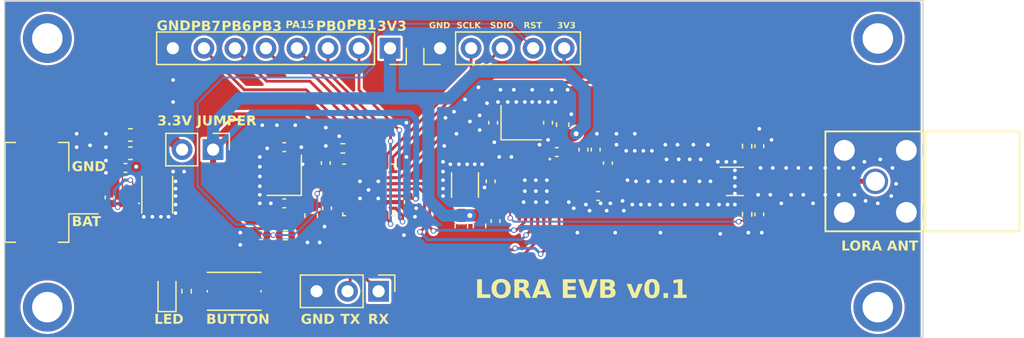
<source format=kicad_pcb>
(kicad_pcb (version 20221018) (generator pcbnew)
  (layers (0 "F.Cu" signal) (31 "B.Cu" signal) (34 "B.Paste" user) (35 "F.Paste" user) (36 "B.SilkS" user "B.Silkscreen") (37 "F.SilkS" user "F.Silkscreen") (38 "B.Mask" user) (39 "F.Mask" user) (44 "Edge.Cuts" user))
  (net 0 "")
  (net 1 "Net-(AE1-A)")
  (net 2 "GND")
  (net 3 "Net-(U1-PC14)")
  (net 4 "Net-(U1-PC15)")
  (net 5 "~{RESET}")
  (net 6 "Net-(J5-Pin_2)")
  (net 7 "/Lora/VR_PA")
  (net 8 "Net-(C10-Pad1)")
  (net 9 "Net-(C8-Pad2)")
  (net 10 "Net-(C11-Pad1)")
  (net 11 "Net-(U3-RF1)")
  (net 12 "Net-(U2-RFI_P)")
  (net 13 "Net-(U3-RF2)")
  (net 14 "Net-(U2-RFI_N)")
  (net 15 "Net-(U3-CTRL)")
  (net 16 "Net-(U3-~{CTRL})")
  (net 17 "Net-(C18-Pad1)")
  (net 18 "Net-(U3-RFC)")
  (net 19 "Net-(U2-VREG)")
  (net 20 "+3.3V")
  (net 21 "Net-(D1-K)")
  (net 22 "Net-(D1-A)")
  (net 23 "Net-(J3-Pin_1)")
  (net 24 "Net-(J4-Pin_2)")
  (net 25 "Net-(J4-Pin_3)")
  (net 26 "/MCU/PA15")
  (net 27 "Net-(J4-Pin_5)")
  (net 28 "Net-(J4-Pin_6)")
  (net 29 "Net-(J4-Pin_7)")
  (net 30 "Net-(U2-RFO)")
  (net 31 "Net-(U4-SW)")
  (net 32 "/Lora/DIO2")
  (net 33 "LORA_ANT_SW")
  (net 34 "Net-(U1-BOOT0)")
  (net 35 "Net-(U1-PA1)")
  (net 36 "Net-(J2-Pin_2)")
  (net 37 "Net-(J2-Pin_1)")
  (net 38 "~{LORA_CS}")
  (net 39 "SPI_SCLK")
  (net 40 "SPI_MISO")
  (net 41 "SPI_MOSI")
  (net 42 "~{LORA_RST}")
  (net 43 "LORA_BUSY")
  (net 44 "/MCU/SWDIO")
  (net 45 "/MCU/SWCLK")
  (net 46 "Net-(U2-XTB)")
  (net 47 "Net-(U2-XTA)")
  (net 48 "Net-(U2-DCC_SW)")
  (footprint "Resistor_SMD:R_0402_1005Metric" (layer "F.Cu") (at 103 72.1 180)
    (fp_text reference "R2" hide)
    (fp_text value "2.2K" hide)
  )
  (footprint "Capacitor_SMD:C_0402_1005Metric" (layer "F.Cu") (at 88.6 69.02 -90)
    (fp_text reference "C34" hide)
    (fp_text value "0.1uF" hide)
  )
  (footprint "Capacitor_SMD:C_0603_1608Metric_Pad1.08x0.95mm_HandSolder" (layer "F.Cu") (at 118.89 71.35 90)
    (fp_text reference "C23" hide)
    (fp_text value "10uF" hide)
  )
  (footprint "Capacitor_SMD:C_0402_1005Metric" (layer "F.Cu") (at 128.6 68.9)
    (fp_text reference "C13" hide)
    (fp_text value "12pF" hide)
  )
  (footprint "Inductor_SMD:L_0201_0603Metric_Pad0.64x0.40mm_HandSolder" (layer "F.Cu") (at 144.9 67.7)
    (fp_text reference "L6" hide)
    (fp_text value "TBD" hide)
  )
  (footprint "Inductor_SMD:L_0402_1005Metric_Pad0.77x0.64mm_HandSolder" (layer "F.Cu") (at 129.4 66.2 -90)
    (fp_text reference "L2" hide)
    (fp_text value "TBD" hide)
  )
  (footprint "Capacitor_SMD:C_0402_1005Metric" (layer "F.Cu") (at 125.22 65.3)
    (fp_text reference "C32" hide)
    (fp_text value "0.1uF" hide)
  )
  (footprint "Connector_PinSocket_2.54mm:PinSocket_1x08_P2.54mm_Vertical" (layer "F.Cu") (at 111.56 56.8 -90)
    (fp_text reference "J4" hide)
    (fp_text value "Spare IO" hide)
  )
  (footprint "Connector_PinHeader_2.54mm:PinHeader_1x05_P2.54mm_Vertical" (layer "F.Cu") (at 115.66 56.8 90)
    (fp_text reference "J1" hide)
    (fp_text value "DEBUG" hide)
  )
  (footprint "Capacitor_SMD:C_0201_0603Metric_Pad0.64x0.40mm_HandSolder" (layer "F.Cu") (at 143.6 68.1 -90)
    (fp_text reference "C20" hide)
    (fp_text value "TBD" hide)
  )
  (footprint "Capacitor_SMD:C_0603_1608Metric_Pad1.08x0.95mm_HandSolder" (layer "F.Cu") (at 117.4 71.35 90)
    (fp_text reference "C22" hide)
    (fp_text value "1uF" hide)
  )
  (footprint "Resistor_SMD:R_0402_1005Metric" (layer "F.Cu") (at 140.8 64.82 -90)
    (fp_text reference "R4" hide)
    (fp_text value "100R" hide)
  )
  (footprint "Capacitor_SMD:C_0402_1005Metric" (layer "F.Cu") (at 113.1 69.4 90)
    (fp_text reference "C28" hide)
    (fp_text value "0.1uF" hide)
  )
  (footprint "Capacitor_SMD:C_0402_1005Metric" (layer "F.Cu") (at 102.9 69.5)
    (fp_text reference "C2" hide)
    (fp_text value "12pF" hide)
  )
  (footprint "Capacitor_SMD:C_0402_1005Metric" (layer "F.Cu") (at 124.5 62.9 90)
    (fp_text reference "C4" hide)
    (fp_text value "12pF" hide)
  )
  (footprint "Package_DFN_QFN:QFN-28_4x4mm_P0.5mm" (layer "F.Cu") (at 109.8 68.4)
    (fp_text reference "U1" hide)
    (fp_text value "STM32L031G6U6" hide)
  )
  (footprint "Capacitor_SMD:C_0603_1608Metric_Pad1.08x0.95mm_HandSolder" (layer "F.Cu") (at 105.1 70.5 90)
    (fp_text reference "C29" hide)
    (fp_text value "10uF" hide)
  )
  (footprint "Button_Switch_SMD:SW_Push_1P1T_NO_CK_KMR2" (layer "F.Cu") (at 98.8 76.7)
    (fp_text reference "SW1" hide)
    (fp_text value "SW_Push" hide)
  )
  (footprint "Capacitor_SMD:C_0402_1005Metric" (layer "F.Cu") (at 106.4 69.9 90)
    (fp_text reference "C30" hide)
    (fp_text value "0.1uF" hide)
  )
  (footprint "Capacitor_SMD:C_0201_0603Metric_Pad0.64x0.40mm_HandSolder" (layer "F.Cu") (at 133.4 66.4 90)
    (fp_text reference "C10" hide)
    (fp_text value "TBD" hide)
  )
  (footprint "Capacitor_SMD:C_0402_1005Metric" (layer "F.Cu") (at 141.8 64.82 90)
    (fp_text reference "C17" hide)
    (fp_text value "0.1uF" hide)
  )
  (footprint "Capacitor_SMD:C_0402_1005Metric" (layer "F.Cu") (at 89.9 66.6)
    (fp_text reference "C25" hide)
    (fp_text value "0.1uF" hide)
  )
  (footprint "Capacitor_SMD:C_0402_1005Metric" (layer "F.Cu") (at 106.3 66.2 -90)
    (fp_text reference "C31" hide)
    (fp_text value "0.1uF" hide)
  )
  (footprint "Capacitor_SMD:C_0402_1005Metric" (layer "F.Cu") (at 141.8 70.4 -90)
    (fp_text reference "C16" hide)
    (fp_text value "0.1uF" hide)
  )
  (footprint "kiCadPcbLib:CONN_142-0701-301_CIN" (layer "F.Cu") (at 151.3 67.7 -90)
    (fp_text reference "AE1" hide)
    (fp_text value "Antenna" hide)
  )
  (footprint "Package_TO_SOT_SMD:SOT-363_SC-70-6" (layer "F.Cu") (at 139.8 67.7)
    (fp_text reference "U3" hide)
    (fp_text value "~" hide)
  )
  (footprint "LED_SMD:LED_0603_1608Metric_Pad1.05x0.95mm_HandSolder" (layer "F.Cu") (at 93.3 76.7 90)
    (fp_text reference "D1" hide)
    (fp_text value "LED" hide)
  )
  (footprint "Capacitor_SMD:C_0402_1005Metric" (layer "F.Cu") (at 128.4 65.1 -90)
    (fp_text reference "C7" hide)
    (fp_text value "TBD" hide)
  )
  (footprint "Inductor_SMD:L_0201_0603Metric_Pad0.64x0.40mm_HandSolder" (layer "F.Cu") (at 127.9 66.8)
    (fp_text reference "L1" hide)
    (fp_text value "TBD" hide)
  )
  (footprint "Capacitor_SMD:C_0201_0603Metric_Pad0.64x0.40mm_HandSolder" (layer "F.Cu") (at 130.4 66.4 90)
    (fp_text reference "C9" hide)
    (fp_text value "TBD" hide)
  )
  (footprint "Capacitor_SMD:C_0201_0603Metric_Pad0.64x0.40mm_HandSolder" (layer "F.Cu") (at 146.2 68.1 -90)
    (fp_text reference "C19" hide)
    (fp_text value "TBD" hide)
  )
  (footprint "Capacitor_SMD:C_0201_0603Metric_Pad0.64x0.40mm_HandSolder" (layer "F.Cu") (at 134.7 66.8 180)
    (fp_text reference "C11" hide)
    (fp_text value "TBD" hide)
  )
  (footprint "Inductor_SMD:L_Changjiang_FNR252010S" (layer "F.Cu") (at 92.5 68.8 90)
    (fp_text reference "L8" hide)
    (fp_text value "2.2uH" hide)
  )
  (footprint "Capacitor_SMD:C_0201_0603Metric_Pad0.64x0.40mm_HandSolder" (layer "F.Cu") (at 130 68.55 -90)
    (fp_text reference "C15" hide)
    (fp_text value "12pF" hide)
  )
  (footprint "Capacitor_SMD:C_0402_1005Metric" (layer "F.Cu") (at 102.9 64.9 180)
    (fp_text reference "C1" hide)
    (fp_text value "12pF" hide)
  )
  (footprint "Inductor_SMD:L_Taiyo-Yuden_MD-2020" (layer "F.Cu") (at 117.7 68 -90)
    (fp_text reference "L7" hide)
    (fp_text value "15uH" hide)
  )
  (footprint "kiCadPcbLib:BGA8N40P2X4_87X156X50" (layer "F.Cu") (at 90.3 68.9 180)
    (fp_text reference "U4" hide)
    (fp_text value "TPS62743YFPR" hide)
  )
  (footprint "Crystal:Crystal_SMD_2520-4Pin_2.5x2.0mm" (layer "F.Cu") (at 122.3 62.9)
    (fp_text reference "Y2" hide)
    (fp_text value "32MHz" hide)
  )
  (footprint "Capacitor_SMD:C_0201_0603Metric_Pad0.64x0.40mm_HandSolder" (layer "F.Cu") (at 137.8 66.4 90)
    (fp_text reference "C12" hide)
    (fp_text value "TBD" hide)
  )
  (footprint "Resistor_SMD:R_0402_1005Metric" (layer "F.Cu") (at 140.8 70.4 90)
    (fp_text reference "R3" hide)
    (fp_text value "100R" hide)
  )
  (footprint "Resistor_SMD:R_0402_1005Metric" (layer "F.Cu") (at 107.7 65)
    (fp_text reference "R5" hide)
    (fp_text value "0R" hide)
  )
  (footprint "Connector_PinHeader_2.54mm:PinHeader_1x02_P2.54mm_Vertical" (layer "F.Cu") (at 97.075 65.1 -90)
    (fp_text reference "J5" hide)
    (fp_text value "Conn_01x02_Pin" hide)
  )
  (footprint "Crystal:Crystal_SMD_2520-4Pin_2.5x2.0mm" (layer "F.Cu") (at 102.9 67.2 90)
    (fp_text reference "Y1" hide)
    (fp_text value "32MHz" hide)
  )
  (footprint "Inductor_SMD:L_0201_0603Metric_Pad0.64x0.40mm_HandSolder" (layer "F.Cu") (at 127.2 68.5 -90)
    (fp_text reference "L5" hide)
    (fp_text value "L" hide)
  )
  (footprint "Capacitor_SMD:C_0402_1005Metric" (layer "F.Cu") (at 120.2 70.95 90)
    (fp_text reference "C24" hide)
    (fp_text value "0.1uF" hide)
  )
  (footprint "Capacitor_SMD:C_0603_1608Metric_Pad1.08x0.95mm_HandSolder" (layer "F.Cu") (at 90.3 65.4)
    (fp_text reference "C27" hide)
    (fp_text value "10uF" hide)
  )
  (footprint "kiCadPcbLib:LLCC68" (layer "F.Cu") (at 123.4 68.5 -90)
    (fp_text reference "U2" hide)
    (fp_text value "LLCC68" hide)
  )
  (footprint "Connector_JST:JST_PH_B2B-PH-SM4-TB_1x02-1MP_P2.00mm_Vertical" (layer "F.Cu") (at 84.4 68.6 90)
    (fp_text reference "J3" hide)
    (fp_text value "Conn_01x02_Pin" hide)
  )
  (footprint "Capacitor_SMD:C_0201_0603Metric_Pad0.64x0.40mm_HandSolder" (layer "F.Cu") (at 142.3 67.7 180)
    (fp_text reference "C18" hide)
    (fp_text value "TBD" hide)
  )
  (footprint "Inductor_SMD:L_0201_0603Metric_Pad0.64x0.40mm_HandSolder" (layer "F.Cu") (at 131.9 66.8)
    (fp_text reference "L3" hide)
    (fp_text value "TBD" hide)
  )
  (footprint "Capacitor_SMD:C_0402_1005Metric" (layer "F.Cu") (at 101 72.1)
    (fp_text reference "C3" hide)
    (fp_text value "0.1uF" hide)
  )
  (footprint "Inductor_SMD:L_0201_0603Metric_Pad0.64x0.40mm_HandSolder" (layer "F.Cu") (at 136.5 66.8)
    (fp_text reference "L4" hide)
    (fp_text value "TBD" hide)
  )
  (footprint "Capacitor_SMD:C_0402_1005Metric" (layer "F.Cu") (at 119.8 67.7 90)
    (fp_text reference "C21" hide)
    (fp_text value "470nF" hide)
  )
  (footprint "Capacitor_SMD:C_0603_1608Metric_Pad1.08x0.95mm_HandSolder" (layer "F.Cu") (at 125.7 63.06 -90)
    (fp_text reference "C33" hide)
    (fp_text value "10uF" hide)
  )
  (footprint "Connector_PinHeader_2.54mm:PinHeader_1x03_P2.54mm_Vertical" (layer "F.Cu") (at 110.625 76.7 -90)
    (fp_text reference "J2" hide)
    (fp_text value "UART" hide)
  )
  (footprint "Capacitor_SMD:C_0603_1608Metric_Pad1.08x0.95mm_HandSolder" (layer "F.Cu") (at 90.3 63.9)
    (fp_text reference "C26" hide)
    (fp_text value "10uF" hide)
  )
  (footprint "Capacitor_SMD:C_0201_0603Metric_Pad0.64x0.40mm_HandSolder" (layer "F.Cu") (at 131.9 65.9 180)
    (fp_text reference "C8" hide)
    (fp_text value "TBD" hide)
  )
  (footprint "Capacitor_SMD:C_0402_1005Metric" (layer "F.Cu") (at 120 62.9 -90)
    (fp_text reference "C5" hide)
    (fp_text value "12pF" hide)
  )
  (footprint "Capacitor_SMD:C_0201_0603Metric_Pad0.64x0.40mm_HandSolder" (layer "F.Cu") (at 128.6 68.1 180)
    (fp_text reference "C14" hide)
    (fp_text value "TBD" hide)
  )
  (footprint "Capacitor_SMD:C_0402_1005Metric" (layer "F.Cu") (at 127.4 65.1 -90)
    (fp_text reference "C6" hide)
    (fp_text value "TBD" hide)
  )
  (footprint "Resistor_SMD:R_0402_1005Metric" (layer "F.Cu") (at 94.9 76.7 90)
    (fp_text reference "R1" hide)
    (fp_text value "2.2K" hide)
  )
  (gr_line (start 80.2 52.9) (end 155.2 52.9) (stroke (width 0.1)) (layer "Edge.Cuts"))
  (gr_line (start 155.2 52.9) (end 155.2 80.5) (stroke (width 0.1)) (layer "Edge.Cuts"))
  (gr_line (start 155.2 80.5) (end 80 80.5) (stroke (width 0.1)) (layer "Edge.Cuts"))
  (gr_line (start 80 52.9) (end 80.2 52.9) (stroke (width 0.1)) (layer "Edge.Cuts"))
  (gr_line (start 80 80.5) (end 80 52.9) (stroke (width 0.1)) (layer "Edge.Cuts"))
  (gr_text "LORA EVB v0.1" (at 118.5 77.5) (layer "F.SilkS") (effects (font (size 1.5 1.5) (thickness 0.2) bold) (justify left bottom)))
  (gr_text "BAT\n" (at 85.5 71.5) (layer "F.SilkS") (effects (font (size 0.8 0.8) (thickness 0.2) bold) (justify left bottom)))
  (gr_text "GND" (at 85.5 67) (layer "F.SilkS") (effects (font (size 0.8 0.8) (thickness 0.2) bold) (justify left bottom)))
  (gr_text "RST" (at 122.5 55.25) (layer "F.SilkS") (effects (font (size 0.5 0.5) (thickness 0.125) bold) (justify left bottom)))
  (gr_text "GND" (at 104.25 79.5) (layer "F.SilkS") (effects (font (size 0.8 0.8) (thickness 0.2) bold) (justify left bottom)))
  (gr_text "PB1\n\n" (at 108 56.75) (layer "F.SilkS") (effects (font (size 0.8 0.8) (thickness 0.2) bold) (justify left bottom)))
  (gr_text "3V3" (at 110.5 55.5) (layer "F.SilkS") (effects (font (size 0.8 0.8) (thickness 0.2) bold) (justify left bottom)))
  (gr_text "TX" (at 107.5 79.5) (layer "F.SilkS") (effects (font (size 0.8 0.8) (thickness 0.2) bold) (justify left bottom)))
  (gr_text "3V3" (at 125.25 55.25) (layer "F.SilkS") (effects (font (size 0.5 0.5) (thickness 0.125) bold) (justify left bottom)))
  (gr_text "SDIO" (at 119.75 55.25) (layer "F.SilkS") (effects (font (size 0.5 0.5) (thickness 0.125) bold) (justify left bottom)))
  (gr_text "GND" (at 92.45 55.47) (layer "F.SilkS") (effects (font (size 0.8 0.8) (thickness 0.2) bold) (justify left bottom)))
  (gr_text "LED" (at 92.25 79.5) (layer "F.SilkS") (effects (font (size 0.8 0.8) (thickness 0.2) bold) (justify left bottom)))
  (gr_text "PB6\n" (at 97.75 55.5) (layer "F.SilkS") (effects (font (size 0.8 0.8) (thickness 0.2) bold) (justify left bottom)))
  (gr_text "BUTTON" (at 96.5 79.5) (layer "F.SilkS") (effects (font (size 0.8 0.8) (thickness 0.2) bold) (justify left bottom)))
  (gr_text "RX" (at 109.75 79.5) (layer "F.SilkS") (effects (font (size 0.8 0.8) (thickness 0.2) bold) (justify left bottom)))
  (gr_text "PB7\n" (at 95.25 55.5) (layer "F.SilkS") (effects (font (size 0.8 0.8) (thickness 0.2) bold) (justify left bottom)))
  (gr_text "PA15\n" (at 103 55.25) (layer "F.SilkS") (effects (font (size 0.6 0.6) (thickness 0.15) bold) (justify left bottom)))
  (gr_text "3.3V JUMPER\n" (at 92.5 63.25) (layer "F.SilkS") (effects (font (size 0.8 0.8) (thickness 0.2) bold) (justify left bottom)))
  (gr_text "PB0\n" (at 105.5 55.5) (layer "F.SilkS") (effects (font (size 0.8 0.8) (thickness 0.2) bold) (justify left bottom)))
  (gr_text "GND" (at 114.75 55.25) (layer "F.SilkS") (effects (font (size 0.5 0.5) (thickness 0.125) bold) (justify left bottom)))
  (gr_text "LORA ANT" (at 148.5 73.5) (layer "F.SilkS") (effects (font (size 0.8 0.8) (thickness 0.2) bold) (justify left bottom)))
  (gr_text "PB3" (at 100.25 55.5) (layer "F.SilkS") (effects (font (size 0.8 0.8) (thickness 0.2) bold) (justify left bottom)))
  (gr_text "SCLK" (at 117 55.25) (layer "F.SilkS") (effects (font (size 0.5 0.5) (thickness 0.125) bold) (justify left bottom)))
  (via (at 83.5 56) (size 4) (drill 2.5) (layers "F.Cu" "B.Cu") (net 0))
  (via (at 151.5 56) (size 4) (drill 2.5) (layers "F.Cu" "B.Cu") (net 0))
  (via (at 83.5 78) (size 4) (drill 2.5) (layers "F.Cu" "B.Cu") (net 0))
  (via (at 151.5 78) (size 4) (drill 2.5) (layers "F.Cu" "B.Cu") (net 0))
  (segment (start 146.1925 67.7) (end 146.2 67.6925) (width 0.1) (layer "F.Cu") (net 1))
  (segment (start 145.3075 67.7) (end 146.1925 67.7) (width 0.4) (layer "F.Cu") (net 1))
  (segment (start 151.2925 67.6925) (end 151.3 67.7) (width 0.1) (layer "F.Cu") (net 1))
  (segment (start 146.2 67.6925) (end 151.2925 67.6925) (width 0.4) (layer "F.Cu") (net 1))
  (segment (start 121.425 62.2) (end 120.22 62.2) (width 0.156) (layer "F.Cu") (net 2))
  (segment (start 120.12 68.08) (end 120.45 67.75) (width 0.2) (layer "F.Cu") (net 2))
  (segment (start 113.8 72.7) (end 118.4025 72.7) (width 0.23) (layer "F.Cu") (net 2))
  (segment (start 138.85 67.7) (end 131 67.7) (width 0.2) (layer "F.Cu") (net 2))
  (segment (start 119.42 68.08) (end 120.12 68.08) (width 0.2) (layer "F.Cu") (net 2))
  (segment (start 129.08 68.9) (end 129.9425 68.9) (width 0.2) (layer "F.Cu") (net 2))
  (segment (start 120.2 71.43) (end 119.6725 71.43) (width 0.156) (layer "F.Cu") (net 2))
  (segment (start 126.3 69.5) (end 126.6 69.8) (width 0.156) (layer "F.Cu") (net 2))
  (segment (start 125.6825 62.1975) (end 124.5 63.38) (width 0.156) (layer "F.Cu") (net 2))
  (segment (start 122.351296 65.8) (end 121.6 65.8) (width 0.156) (layer "F.Cu") (net 2))
  (segment (start 106.4 70.38) (end 106.0825 70.38) (width 0.23) (layer "F.Cu") (net 2))
  (segment (start 105.1 72.3) (end 104.3 73.1) (width 0.23) (layer "F.Cu") (net 2))
  (segment (start 118.4025 72.7) (end 118.89 72.2125) (width 0.23) (layer "F.Cu") (net 2))
  (segment (start 139.4 67.7) (end 139.8 68.1) (width 0.2) (layer "F.Cu") (net 2))
  (segment (start 104.745 77.5) (end 105.545 76.7) (width 0.23) (layer "F.Cu") (net 2))
  (segment (start 89.1 66.1375) (end 89.4375 65.8) (width 0.25) (layer "F.Cu") (net 2))
  (segment (start 104.3 73.1) (end 100.8 73.1) (width 0.23) (layer "F.Cu") (net 2))
  (segment (start 100.8 73.1) (end 100.52 72.82) (width 0.23) (layer "F.Cu") (net 2))
  (segment (start 100.52 72.82) (end 100.52 72.1) (width 0.23) (layer "F.Cu") (net 2))
  (segment (start 123.395 63.38) (end 123.175 63.6) (width 0.156) (layer "F.Cu") (net 2))
  (segment (start 88.9 67.6) (end 88.9 66.9) (width 0.25) (layer "F.Cu") (net 2))
  (segment (start 126.6 69.8) (end 126.6 69.9) (width 0.156) (layer "F.Cu") (net 2))
  (segment (start 118.89 72.2125) (end 117.4 72.2125) (width 0.156) (layer "F.Cu") (net 2))
  (segment (start 89.4 69.1) (end 89.863603 69.1) (width 0.25) (layer "F.Cu") (net 2))
  (segment (start 129.92 64.62) (end 130.4 65.1) (width 0.2) (layer "F.Cu") (net 2))
  (segment (start 124.74 65.3) (end 124.74 63.62) (width 0.156) (layer "F.Cu") (net 2))
  (segment (start 89.1 66.7) (end 89.1 66.1375) (width 0.25) (layer "F.Cu") (net 2))
  (segment (start 129.5 64.62) (end 132.3 64.62) (width 0.2) (layer "F.Cu") (net 2))
  (segment (start 125.4 69.25) (end 126.05 69.25) (width 0.156) (layer "F.Cu") (net 2))
  (segment (start 124.5 63.38) (end 123.395 63.38) (width 0.156) (layer "F.Cu") (net 2))
  (segment (start 119.4 68.1) (end 119.6 68.1) (width 0.2) (layer "F.Cu") (net 2))
  (segment (start 132.3 64.62) (end 132.72 64.62) (width 0.2) (layer "F.Cu") (net 2))
  (segment (start 127.4 64.62) (end 129.5 64.62) (width 0.2) (layer "F.Cu") (net 2))
  (segment (start 90.1 69.1) (end 89.863603 69.1) (width 0.3) (layer "F.Cu") (net 2))
  (segment (start 124.15 65.89) (end 124.74 65.3) (width 0.156) (layer "F.Cu") (net 2))
  (segment (start 130.4 65.1) (end 130.4 65.9925) (width 0.2) (layer "F.Cu") (net 2))
  (segment (start 100.85 77.5) (end 96.75 77.5) (width 0.23) (layer "F.Cu") (net 2))
  (segment (start 105.1 71.3625) (end 105.1 72.3) (width 0.23) (layer "F.Cu") (net 2))
  (segment (start 120.45 67.75) (end 121.4 67.75) (width 0.2) (layer "F.Cu") (net 2))
  (segment (start 94.9 76.19) (end 95.44 76.19) (width 0.23) (layer "F.Cu") (net 2))
  (segment (start 106.0825 70.38) (end 105.1 71.3625) (width 0.23) (layer "F.Cu") (net 2))
  (segment (start 121.6 65.8) (end 121.5 65.7) (width 0.156) (layer "F.Cu") (net 2))
  (segment (start 100.85 77.5) (end 104.745 77.5) (width 0.23) (layer "F.Cu") (net 2))
  (segment (start 112.6 69.4) (end 113.3 70.1) (width 0.23) (layer "F.Cu") (net 2))
  (segment (start 119.6725 71.43) (end 118.89 72.2125) (width 0.156) (layer "F.Cu") (net 2))
  (segment (start 126.05 69.25) (end 126.3 69.5) (width 0.156) (layer "F.Cu") (net 2))
  (segment (start 129.9425 68.9) (end 130 68.9575) (width 0.2) (layer "F.Cu") (net 2))
  (segment (start 111.7375 69.4) (end 112.6 69.4) (width 0.23) (layer "F.Cu") (net 2))
  (segment (start 138.85 67.7) (end 139.4 67.7) (width 0.2) (layer "F.Cu") (net 2))
  (segment (start 139.8 68.1) (end 139.8 67.8) (width 0.2) (layer "F.Cu") (net 2))
  (segment (start 108.3 66.4025) (end 108.438548 66.541048) (width 0.1524) (layer "F.Cu") (net 2))
  (segment (start 133.4 65.3) (end 133.4 65.9925) (width 0.2) (layer "F.Cu") (net 2))
  (segment (start 108.438548 67.038547) (end 109.1 67.7) (width 0.1524) (layer "F.Cu") (net 2))
  (segment (start 108.438548 66.541048) (end 108.438548 67.038547) (width 0.1524) (layer "F.Cu") (net 2))
  (segment (start 102.42 68.295) (end 102.2 68.075) (width 0.1524) (layer "F.Cu") (net 2))
  (segment (start 119.3 68.2) (end 119.42 68.08) (width 0.2) (layer "F.Cu") (net 2))
  (segment (start 125.7 62.1975) (end 125.6825 62.1975) (width 0.156) (layer "F.Cu") (net 2))
  (segment (start 124.15 66.5) (end 124.15 65.89) (width 0.156) (layer "F.Cu") (net 2))
  (segment (start 88.5 68.2) (end 89.4 69.1) (width 0.25) (layer "F.Cu") (net 2))
  (segment (start 113.3 72.2) (end 113.8 72.7) (width 0.23) (layer "F.Cu") (net 2))
  (segment (start 85.2 67.6) (end 88.9 67.6) (width 0.25) (layer "F.Cu") (net 2))
  (segment (start 88.5 67.6) (end 88.5 68.2) (width 0.25) (layer "F.Cu") (net 2))
  (segment (start 132.3 64.62) (end 137.12 64.62) (width 0.2) (layer "F.Cu") (net 2))
  (segment (start 88.9 66.9) (end 89.1 66.7) (width 0.25) (layer "F.Cu") (net 2))
  (segment (start 106.3 65.72) (end 106.3 64.8) (width 0.1) (layer "F.Cu") (net 2))
  (segment (start 132.72 64.62) (end 133.4 65.3) (width 0.2) (layer "F.Cu") (net 2))
  (segment (start 137.8 65.3) (end 137.8 65.9925) (width 0.2) (layer "F.Cu") (net 2))
  (segment (start 122.65 66.098704) (end 122.351296 65.8) (width 0.156) (layer "F.Cu") (net 2))
  (segment (start 102.42 69.5) (end 102.42 68.295) (width 0.1524) (layer "F.Cu") (net 2))
  (segment (start 122.65 66.5) (end 122.65 66.098704) (width 0.156) (layer "F.Cu") (net 2))
  (segment (start 120.22 62.2) (end 120 62.42) (width 0.156) (layer "F.Cu") (net 2))
  (segment (start 137.12 64.62) (end 137.8 65.3) (width 0.2) (layer "F.Cu") (net 2))
  (segment (start 119.3 68.2) (end 119.4 68.1) (width 0.2) (layer "F.Cu") (net 2))
  (segment (start 89.4375 65.8) (end 89.4375 64.2) (width 0.25) (layer "F.Cu") (net 2))
  (segment (start 124.74 63.62) (end 124.5 63.38) (width 0.156) (layer "F.Cu") (net 2))
  (segment (start 95.44 76.19) (end 96.75 77.5) (width 0.23) (layer "F.Cu") (net 2))
  (segment (start 88.9 67.6) (end 88.5 67.6) (width 0.25) (layer "F.Cu") (net 2))
  (segment (start 113.3 70.1) (end 113.3 72.2) (width 0.23) (layer "F.Cu") (net 2))
  (segment (start 129.5 64.62) (end 129.92 64.62) (width 0.2) (layer "F.Cu") (net 2))
  (via (at 134.1 64.7) (size 0.45) (drill 0.3) (layers "F.Cu" "B.Cu") (net 2))
  (via (at 121.2 61.2) (size 0.45) (drill 0.3) (layers "F.Cu" "B.Cu") (net 2))
  (via (at 139.1 66.1) (size 0.45) (drill 0.3) (layers "F.Cu" "B.Cu") (net 2))
  (via (at 115.9 66.9) (size 0.45) (drill 0.3) (layers "F.Cu" "B.Cu") (net 2))
  (via (at 119.1 66.3) (size 0.45) (drill 0.3) (layers "F.Cu" "B.Cu") (net 2))
  (via (at 115.9 68.3) (size 0.45) (drill 0.3) (layers "F.Cu" "B.Cu") (net 2))
  (via (at 103.8 63.1) (size 0.45) (drill 0.3) (layers "F.Cu" "B.Cu") (net 2))
  (via (at 92.1 70.6) (size 0.45) (drill 0.3) (layers "F.Cu" "B.Cu") (net 2))
  (via (at 94 68.9) (size 0.45) (drill 0.3) (layers "F.Cu" "B.Cu") (net 2))
  (via (at 141.9 66.6) (size 0.45) (drill 0.3) (layers "F.Cu" "B.Cu") (net 2))
  (via (at 133 65.2) (size 0.45) (drill 0.3) (layers "F.Cu" "B.Cu") (net 2))
  (via (at 130.7 70.1) (size 0.45) (drill 0.3) (layers "F.Cu" "B.Cu") (net 2))
  (via (at 120.4 61.2) (size 0.45) (drill 0.3) (layers "F.Cu" "B.Cu") (net 2))
  (via (at 137 65.9) (size 0.45) (drill 0.3) (layers "F.Cu" "B.Cu") (net 2))
  (via (at 128.5 63.8) (size 0.45) (drill 0.3) (layers "F.Cu" "B.Cu") (net 2))
  (via (at 102.3 63.1) (size 0.45) (drill 0.3) (layers "F.Cu" "B.Cu") (net 2))
  (via (at 126.6 69.9) (size 0.45) (drill 0.3) (layers "F.Cu" "B.Cu") (net 2))
  (via (at 112.9 65.7) (size 0.45) (drill 0.3) (layers "F.Cu" "B.Cu") (net 2))
  (via (at 123.5 69.4) (size 0.45) (drill 0.3) (layers "F.Cu" "B.Cu") (net 2))
  (via (at 142.9 66.6) (size 0.45) (drill 0.3) (layers "F.Cu" "B.Cu") (net 2))
  (via (at 136.9 67.7) (size 0.45) (drill 0.3) (layers "F.Cu" "B.Cu") (net 2))
  (via (at 136.4 64.7) (size 0.45) (drill 0.3) (layers "F.Cu" "B.Cu") (net 2))
  (via (at 94 70.3) (size 0.45) (drill 0.3) (layers "F.Cu" "B.Cu") (net 2))
  (via (at 121.5 65.7) (size 0.45) (drill 0.3) (layers "F.Cu" "B.Cu") (net 2))
  (via (at 130.1 63.8) (size 0.45) (drill 0.3) (layers "F.Cu" "B.Cu") (net 2))
  (via (at 139.8 68.7) (size 0.45) (drill 0.3) (layers "F.Cu" "B.Cu") (net 2))
  (via (at 117.875497 66.3) (size 0.45) (drill 0.3) (layers "F.Cu" "B.Cu") (net 2))
  (via (at 133.7 71.9) (size 0.45) (drill 0.3) (layers "F.Cu" "B.Cu") (net 2))
  (via (at 137.6 69.6) (size 0.45) (drill 0.3) (layers "F.Cu" "B.Cu") (net 2))
  (via (at 123.8 64.7) (size 0.45) (drill 0.3) (layers "F.Cu" "B.Cu") (net 2))
  (via (at 141.7 68.8) (size 0.45) (drill 0.3) (layers "F.Cu" "B.Cu") (net 2))
  (via (at 113.6 70.6) (size 0.45) (drill 0.3) (layers "F.Cu" "B.Cu") (net 2))
  (via (at 149.6 68.8) (size 0.45) (drill 0.3) (layers "F.Cu" "B.Cu") (net 2))
  (via (at 141.8 63.4) (size 0.45) (drill 0.3) (layers "F.Cu" "B.Cu") (net 2))
  (via (at 88.3 66) (size 0.45) (drill 0.3) (layers "F.Cu" "B.Cu") (net 2))
  (via (at 106.3 64.8) (size 0.45) (drill 0.3) (layers "F.Cu" "B.Cu") (net 2))
  (via (at 124.5 61.2) (size 0.45) (drill 0.3) (layers "F.Cu" "B.Cu") (net 2))
  (via (at 117.7 61) (size 0.45) (drill 0.3) (layers "F.Cu" "B.Cu") (net 2))
  (via (at 110.6 67.7) (size 0.45) (drill 0.3) (layers "F.Cu" "B.Cu") (net 2))
  (via (at 134.7 67.7) (size 0.45) (drill 0.3) (layers "F.Cu" "B.Cu") (net 2))
  (via (at 127.9 70.1) (size 0.45) (drill 0.3) (layers "F.Cu" "B.Cu") (net 2))
  (via (at 106.3 63.3) (size 0.45) (drill 0.3) (layers "F.Cu" "B.Cu") (net 2))
  (via (at 131.6 63.8) (size 0.45) (drill 0.3) (layers "F.Cu" "B.Cu") (net 2))
  (via (at 124.4 68.5) (size 0.45) (drill 0.3) (layers "F.Cu" "B.Cu") (net 2))
  (via (at 93.8 61.2) (size 0.45) (drill 0.3) (layers "F.Cu" "B.Cu") (net 2))
  (via (at 122.5 69.4) (size 0.45) (drill 0.3) (layers "F.Cu" "B.Cu") (net 2))
  (via (at 129.3 70.1) (size 0.45) (drill 0.3) (layers "F.Cu" "B.Cu") (net 2))
  (via (at 124.4 69.4) (size 0.45) (drill 0.3) (layers "F.Cu" "B.Cu") (net 2))
  (via (at 135.7 69.6) (size 0.45) (drill 0.3) (layers "F.Cu" "B.Cu") (net 2))
  (via (at 135.7 67.7) (size 0.45) (drill 0.3) (layers "F.Cu" "B.Cu") (net 2))
  (via (at 151.7 65.9) (size 0.45) (drill 0.3) (layers "F.Cu" "B.Cu") (net 2))
  (via (at 138.6 72) (size 0.45) (drill 0.3) (layers "F.Cu" "B.Cu") (net 2))
  (via (at 109.1 69.1) (size 0.45) (drill 0.3) (layers "F.Cu" "B.Cu") (net 2))
  (via (at 139.8 69.6) (size 0.45) (drill 0.3) (layers "F.Cu" "B.Cu") (net 2))
  (via (at 137.6 64.7) (size 0.45) (drill 0.3) (layers "F.Cu" "B.Cu") (net 2))
  (via (at 119.3 68.2) (size 0.45) (drill 0.3) (layers "F.Cu" "B.Cu") (net 2))
  (via (at 151.5 69.5) (size 0.45) (drill 0.3) (layers "F.Cu" "B.Cu") (net 2))
  (via (at 136.7 69.6) (size 0.45) (drill 0.3) (layers "F.Cu" "B.Cu") (net 2))
  (via (at 93.424503 70.6) (size 0.45) (drill 0.3) (layers "F.Cu" "B.Cu") (net 2))
  (via (at 150.4 66.1) (size 0.45) (drill 0.3) (layers "F.Cu" "B.Cu") (net 2))
  (via (at 109.1 67.7) (size 0.45) (drill 0.3) (layers "F.Cu" "B.Cu") (net 2))
  (via (at 112.7 72.1) (size 0.45) (drill 0.3) (layers "F.Cu" "B.Cu") (net 2))
  (via (at 153 67.9) (size 0.45) (drill 0.3) (layers "F.Cu" "B.Cu") (net 2))
  (via (at 123.5 68.5) (size 0.45) (drill 0.3) (layers "F.Cu" "B.Cu") (net 2))
  (via (at 93.8 59.4) (size 0.45) (drill 0.3) (layers "F.Cu" "B.Cu") (net 2))
  (via (at 148.3 68.8) (size 0.45) (drill 0.3) (layers "F.Cu" "B.Cu") (net 2))
  (via (at 110.6 69.1) (size 0.45) (drill 0.3) (layers "F.Cu" "B.Cu") (net 2))
  (via (at 88.3 63.8) (size 0.45) (drill 0.3) (layers "F.Cu" "B.Cu") (net 2))
  (via (at 146.2 69.5) (size 0.45) (drill 0.3) (layers "F.Cu" "B.Cu") (net 2))
  (via (at 120.5 65.7) (size 0.45) (drill 0.3) (layers "F.Cu" "B.Cu") (net 2))
  (via (at 152.6 68.9) (size 0.45) (drill 0.3) (layers "F.Cu" "B.Cu") (net 2))
  (via (at 121.7 60.2) (size 0.45) (drill 0.3) (layers "F.Cu" "B.Cu") (net 2))
  (via (at 127.6 69.6) (size 0.45) (drill 0.3) (layers "F.Cu" "B.Cu") (net 2))
  (via (at 138.4 66.1) (size 0.45) (drill 0.3) (layers "F.Cu" "B.Cu") (net 2))
  (via (at 131.7 67.7) (size 0.45) (drill 0.3) (layers "F.Cu" "B.Cu") (net 2))
  (via (at 122.6 68.5) (size 0.45) (drill 0.3) (layers "F.Cu" "B.Cu") (net 2))
  (via (at 115.9 66.1) (size 0.45) (drill 0.3) (layers "F.Cu" "B.Cu") (net 2))
  (via (at 88.3 67) (size 0.45) (drill 0.3) (layers "F.Cu" "B.Cu") (net 2))
  (via (at 113.7 69.9) (size 0.45) (drill 0.3) (layers "F.Cu" "B.Cu") (net 2))
  (via (at 104.8 72.7) (size 0.45) (drill 0.3) (layers "F.Cu" "B.Cu") (net 2))
  (via (at 94 67.7) (size 0.45) (drill 0.3) (layers "F.Cu" "B.Cu") (net 2))
  (via (at 132.8 69.6) (size 0.45) (drill 0.3) (layers "F.Cu" "B.Cu") (net 2))
  (via (at 101.8 69.5) (size 0.45) (drill 0.3) (layers "F.Cu" "B.Cu") (net 2))
  (via (at 88.3 64.9) (size 0.45) (drill 0.3) (layers "F.Cu" "B.Cu") (net 2))
  (via (at 145.4 68.8) (size 0.45) (drill 0.3) (layers "F.Cu" "B.Cu") (net 2))
  (via (at 147.2 68.8) (size 0.45) (drill 0.3) (layers "F.Cu" "B.Cu") (net 2))
  (via (at 137.8 67.7) (size 0.45) (drill 0.3) (layers "F.Cu" "B.Cu") (net 2))
  (via (at 130.6 69.3) (size 0.45) (drill 0.3) (layers "F.Cu" "B.Cu") (net 2))
  (via (at 85.9 63.8) (size 0.45) (drill 0.3) (layers "F.Cu" "B.Cu") (net 2))
  (via (at 123.8 61.2) (size 0.45) (drill 0.3) (layers "F.Cu" "B.Cu") (net 2))
  (via (at 118.1 62.8) (size 0.45) (drill 0.3) (layers "F.Cu" "B.Cu") (net 2))
  (via (at 118.9 62.3) (size 0.45) (drill 0.3) (layers "F.Cu" "B.Cu") (net 2))
  (via (at 130.1 64.7) (size 0.45) (drill 0.3) (layers "F.Cu" "B.Cu") (net 2))
  (via (at 117 63.8) (size 0.45) (drill 0.3) (layers "F.Cu" "B.Cu") (net 2))
  (via (at 139.8 66.1) (size 0.45) (drill 0.3) (layers "F.Cu" "B.Cu") (net 2))
  (via (at 93.8 66.9) (size 0.45) (drill 0.3) (layers "F.Cu" "B.Cu") (net 2))
  (via (at 123.2 60.2) (size 0.45) (drill 0.3) (layers "F.Cu" "B.Cu") (net 2))
  (via (at 116.5 66.3) (size 0.45) (drill 0.3) (layers "F.Cu" "B.Cu") (net 2))
  (via (at 100.9 66.5) (size 0.45) (drill 0.3) (layers "F.Cu" "B.Cu") (net 2))
  (via (at 126.9 71.9) (size 0.45) (drill 0.3) (layers "F.Cu" "B.Cu") (net 2))
  (via (at 100.9 65.7) (size 0.45) (drill 0.3) (layers "F.Cu" "B.Cu") (net 2))
  (via (at 109.8 68.4) (size 0.45) (drill 0.3) (layers "F.Cu" "B.Cu") (net 2))
  (via (at 139.8 67.4) (size 0.45) (drill 0.3) (layers "F.Cu" "B.Cu") (net 2))
  (via (at 125.1 61.2) (size 0.45) (drill 0.3) (layers "F.Cu" "B.Cu") (net 2))
  (via (at 99.3 72.9) (size 0.45) (drill 0.3) (layers "F.Cu" "B.Cu") (net 2))
  (via (at 130.9 65.2) (size 0.45) (drill 0.3) (layers "F.Cu" "B.Cu") (net 2))
  (via (at 139.8 68.1) (size 0.45) (drill 0.3) (layers "F.Cu" "B.Cu") (net 2))
  (via (at 150.5 69.3) (size 0.45) (drill 0.3) (layers "F.Cu" "B.Cu") (net 2))
  (via (at 122.6 67.6) (size 0.45) (drill 0.3) (layers "F.Cu" "B.Cu") (net 2))
  (via (at 120.6 60.2) (size 0.45) (drill 0.3) (layers "F.Cu" "B.Cu") (net 2))
  (via (at 104.3 64.9) (size 0.45) (drill 0.3) (layers "F.Cu" "B.Cu") (net 2))
  (via (at 120.1 64.5) (size 0.45) (drill 0.3) (layers "F.Cu" "B.Cu") (net 2))
  (via (at 117.2 66.3) (size 0.45) (drill 0.3) (layers "F.Cu" "B.Cu") (net 2))
  (via (at 101.1 63.1) (size 0.45) (drill 0.3) (layers "F.Cu" "B.Cu") (net 2))
  (via (at 134.7 69.6) (size 0.45) (drill 0.3) (layers "F.Cu" "B.Cu") (net 2))
  (via (at 128.8 69.5) (size 0.45) (drill 0.3) (layers "F.Cu" "B.Cu") (net 2))
  (via (at 124.8 60.2) (size 0.45) (drill 0.3) (layers "F.Cu" "B.Cu") (net 2))
  (via (at 143.6 69.5) (size 0.45) (drill 0.3) (layers "F.Cu" "B.Cu") (net 2))
  (via (at 142.8 64.3) (size 0.45) (drill 0.3) (layers "F.Cu" "B.Cu") (net 2))
  (via (at 100.9 69.5) (size 0.45) (drill 0.3) (layers "F.Cu" "B.Cu") (net 2))
  (via (at 130 71.9) (size 0.45) (drill 0.3) (layers "F.Cu" "B.Cu") (net 2))
  (via (at 92.8 70.6) (size 0.45) (drill 0.3) (layers "F.Cu" "B.Cu") (net 2))
  (via (at 140.9 71.9) (size 0.45) (drill 0.3) (layers "F.Cu" "B.Cu") (net 2))
  (via (at 126.4 62.2) (size 0.45) (drill 0.3) (layers "F.Cu" "B.Cu") (net 2))
  (via (at 116.8 62) (size 0.45) (drill 0.3) (layers "F.Cu" "B.Cu") (net 2))
  (via (at 142 71.9) (size 0.45) (drill 0.3) (layers "F.Cu" "B.Cu") (net 2))
  (via (at 139.8 66.8) (size 0.45) (drill 0.3) (layers "F.Cu" "B.Cu") (net 2))
  (via (at 126.2 69.4) (size 0.45) (drill 0.3) (layers "F.Cu" "B.Cu") (net 2))
  (via (at 115.9 67.6) (size 0.45) (drill 0.3) (layers "F.Cu" "B.Cu") (net 2))
  (via (at 87 64.75) (size 0.45) (drill 0.3) (layers "F.Cu" "B.Cu") (net 2))
  (via (at 144 66.6) (size 0.45) (drill 0.3) (layers "F.Cu" "B.Cu") (net 2))
  (via (at 132.3 65.2) (size 0.45) (drill 0.3) (layers "F.Cu" "B.Cu") (net 2))
  (via (at 131 67.6) (size 0.45) (drill 0.3) (layers "F.Cu" "B.Cu") (net 2))
  (via (at 123.2 61.2) (size 0.45) (drill 0.3) (layers "F.Cu" "B.Cu") (net 2))
  (via (at 115.9 68.9) (size 0.45) (drill 0.3) (layers "F.Cu" "B.Cu") (net 2))
  (via (at 148.3 66.6) (size 0.45) (drill 0.3) (layers "F.Cu" "B.Cu") (net 2))
  (via (at 133.7 67.7) (size 0.45) (drill 0.3) (layers "F.Cu" "B.Cu") (net 2))
  (via (at 136.1 65.9) (size 0.45) (drill 0.3) (layers "F.Cu" "B.Cu") (net 2))
  (via (at 138.5 69.6) (size 0.45) (drill 0.3) (layers "F.Cu" "B.Cu") (net 2))
  (via (at 122.6 61.2) (size 0.45) (drill 0.3) (layers "F.Cu" "B.Cu") (net 2))
  (via (at 116.1 62.5) (size 0.45) (drill 0.3) (layers "F.Cu" "B.Cu") (net 2))
  (via (at 139.2 69.6) (size 0.45) (drill 0.3) (layers "F.Cu" "B.Cu") (net 2))
  (via (at 94.7 66.9) (size 0.45) (drill 0.3) (layers "F.Cu" "B.Cu") (net 2))
  (via (at 100.9 67.3) (size 0.45) (drill 0.3) (layers "F.Cu" "B.Cu") (net 2))
  (via (at 116 64.8) (size 0.45) (drill 0.3) (layers "F.Cu" "B.Cu") (net 2))
  (via (at 112.9 62.9) (size 0.45) (drill 0.3) (layers "F.Cu" "B.Cu") (net 2))
  (via (at 135.2 65.9) (size 0.45) (drill 0.3) (layers "F.Cu" "B.Cu") (net 2))
  (via (at 146 66.6) (size 0.45) (drill 0.3) (layers "F.Cu" "B.Cu") (net 2))
  (via (at 118.9 63.5) (size 0.45) (drill 0.3) (layers "F.Cu" "B.Cu") (net 2))
  (via (at 123.5 67.6) (size 0.45) (drill 0.3) (layers "F.Cu" "B.Cu") (net 2))
  (via (at 100.9 68.1) (size 0.45) (drill 0.3) (layers "F.Cu" "B.Cu") (net 2))
  (via (at 94 68.3) (size 0.45) (drill 0.3) (layers "F.Cu" "B.Cu") (net 2))
  (via (at 131.4 69.6) (size 0.45) (drill 0.3) (layers "F.Cu" "B.Cu") (net 2))
  (via (at 132.7 67.7) (size 0.45) (drill 0.3) (layers "F.Cu" "B.Cu") (net 2))
  (via (at 126.1 60.2) (size 0.45) (drill 0.3) (layers "F.Cu" "B.Cu") (net 2))
  (via (at 94 69.6) (size 0.45) (drill 0.3) (layers "F.Cu" "B.Cu") (net 2))
  (via (at 105.8 72.7) (size 0.45) (drill 0.3) (layers "F.Cu" "B.Cu") (net 2))
  (via (at 149.5 66.6) (size 0.45) (drill 0.3) (layers "F.Cu" "B.Cu") (net 2))
  (via (at 147.2 66.6) (size 0.45) (drill 0.3) (layers "F.Cu" "B.Cu") (net 2))
  (via (at 99.3 71.9) (size 0.45) (drill 0.3) (layers "F.Cu" "B.Cu") (net 2))
  (via (at 101.5 65) (size 0.45) (drill 0.3) (layers "F.Cu" "B.Cu") (net 2))
  (via (at 142.7 68.8) (size 0.45) (drill 0.3) (layers "F.Cu" "B.Cu") (net 2))
  (via (at 121.9 61.2) (size 0.45) (drill 0.3) (layers "F.Cu" "B.Cu") (net 2))
  (via (at 134.2 65.9) (size 0.45) (drill 0.3) (layers "F.Cu" "B.Cu") (net 2))
  (via (at 124.4 67.6) (size 0.45) (drill 0.3) (layers "F.Cu" "B.Cu") (net 2))
  (via (at 118.8 60) (size 0.45) (drill 0.3) (layers "F.Cu" "B.Cu") (net 2))
  (via (at 119.5 61.3) (size 0.45) (drill 0.3) (layers "F.Cu" "B.Cu") (net 2))
  (via (at 132.1 69.6) (size 0.45) (drill 0.3) (layers "F.Cu" "B.Cu") (net 2))
  (via (at 91.4 70.6) (size 0.45) (drill 0.3) (layers "F.Cu" "B.Cu") (net 2))
  (via (at 107.4 64) (size 0.45) (drill 0.3) (layers "F.Cu" "B.Cu") (net 2))
  (via (at 145 66.6) (size 0.45) (drill 0.3) (layers "F.Cu" "B.Cu") (net 2))
  (via (at 118.5 66.3) (size 0.45) (drill 0.3) (layers "F.Cu" "B.Cu") (net 2))
  (via (at 129.6 69.5) (size 0.45) (drill 0.3) (layers "F.Cu" "B.Cu") (net 2))
  (via (at 131.6 65.2) (size 0.45) (drill 0.3) (layers "F.Cu" "B.Cu") (net 2))
  (via (at 100.9 68.8) (size 0.45) (drill 0.3) (layers "F.Cu" "B.Cu") (net 2))
  (via (at 124.5 64.3) (size 0.45) (drill 0.3) (layers "F.Cu" "B.Cu") (net 2))
  (via (at 106.2 71.4) (size 0.45) (drill 0.3) (layers "F.Cu" "B.Cu") (net 2))
  (via (at 104.4 66.3) (size 0.45) (drill 0.3) (layers "F.Cu" "B.Cu") (net 2))
  (via (at 144.4 68.8) (size 0.45) (drill 0.3) (layers "F.Cu" "B.Cu") (net 2))
  (via (at 133.7 69.6) (size 0.45) (drill 0.3) (layers "F.Cu" "B.Cu") (net 2))
  (via (at 85.9 64.9) (size 0.45) (drill 0.3) (layers "F.Cu" "B.Cu") (net 2))
  (via (at 152.7 66.6) (size 0.45) (drill 0.3) (layers "F.Cu" "B.Cu") (net 2))
  (via (at 135.1 64.7) (size 0.45) (drill 0.3) (layers "F.Cu" "B.Cu") (net 2))
  (segment (start 120.3 65.7) (end 121.5 65.7) (width 0.2) (layer "B.Cu") (net 2))
  (segment (start 119.3 68.2) (end 119.3 66.7) (width 0.2) (layer "B.Cu") (net 2))
  (segment (start 119.3 66.7) (end 120.3 65.7) (width 0.2) (layer "B.Cu") (net 2))
  (segment (start 107.8625 67.4) (end 104.5 67.4) (width 0.1524) (layer "F.Cu") (net 3))
  (segment (start 102.2 65.12) (end 102.42 64.9) (width 0.1524) (layer "F.Cu") (net 3))
  (segment (start 102.2 66.5524) (end 102.2 66.325) (width 0.1524) (layer "F.Cu") (net 3))
  (segment (start 104.5 67.4) (end 104.3 67.2) (width 0.1524) (layer "F.Cu") (net 3))
  (segment (start 102.2 66.325) (end 102.2 65.12) (width 0.1524) (layer "F.Cu") (net 3))
  (segment (start 102.8476 67.2) (end 102.2 66.5524) (width 0.1524) (layer "F.Cu") (net 3))
  (segment (start 104.3 67.2) (end 102.8476 67.2) (width 0.1524) (layer "F.Cu") (net 3))
  (segment (start 103.6 69.28) (end 103.38 69.5) (width 0.1524) (layer "F.Cu") (net 4))
  (segment (start 103.6 68.075) (end 103.6 69.28) (width 0.1524) (layer "F.Cu") (net 4))
  (segment (start 104.075 67.6) (end 103.6 68.075) (width 0.1524) (layer "F.Cu") (net 4))
  (segment (start 107.444274 67.9) (end 107.296674 67.7524) (width 0.1524) (layer "F.Cu") (net 4))
  (segment (start 104.201631 67.6) (end 104.075 67.6) (width 0.1524) (layer "F.Cu") (net 4))
  (segment (start 107.296674 67.7524) (end 104.354031 67.7524) (width 0.1524) (layer "F.Cu") (net 4))
  (segment (start 104.354031 67.7524) (end 104.201631 67.6) (width 0.1524) (layer "F.Cu") (net 4))
  (segment (start 107.8625 67.9) (end 107.444274 67.9) (width 0.1524) (layer "F.Cu") (net 4))
  (segment (start 101.48 72.1) (end 102 72.1) (width 0.25) (layer "F.Cu") (net 5))
  (segment (start 105.9 68.4) (end 107.8625 68.4) (width 0.1524) (layer "F.Cu") (net 5))
  (segment (start 105.6 68.7) (end 105.9 68.4) (width 0.1524) (layer "F.Cu") (net 5))
  (via (at 102 72.1) (size 0.45) (drill 0.3) (layers "F.Cu" "B.Cu") (net 5))
  (via (at 105.6 68.7) (size 0.45) (drill 0.3) (layers "F.Cu" "B.Cu") (net 5))
  (segment (start 111.3 54.8) (end 110.2 55.9) (width 0.1524) (layer "B.Cu") (net 5))
  (segment (start 100.3238 71.2238) (end 101.2 72.1) (width 0.1524) (layer "B.Cu") (net 5))
  (segment (start 95.8 61.3) (end 95.8 68.1) (width 0.1524) (layer "B.Cu") (net 5))
  (segment (start 110.2 55.9) (end 110.2 58.3) (width 0.1524) (layer "B.Cu") (net 5))
  (segment (start 110.2 58.3) (end 109.3 59.2) (width 0.1524) (layer "B.Cu") (net 5))
  (segment (start 98.9238 71.2238) (end 100.3238 71.2238) (width 0.1524) (layer "B.Cu") (net 5))
  (segment (start 97.9 59.2) (end 95.8 61.3) (width 0.1524) (layer "B.Cu") (net 5))
  (segment (start 105.6 68.7) (end 105.6 70.2) (width 0.1524) (layer "B.Cu") (net 5))
  (segment (start 123.28 56.8) (end 121.28 54.8) (width 0.1524) (layer "B.Cu") (net 5))
  (segment (start 102.4 72.1) (end 102 72.1) (width 0.1524) (layer "B.Cu") (net 5))
  (segment (start 109.3 59.2) (end 97.9 59.2) (width 0.1524) (layer "B.Cu") (net 5))
  (segment (start 103.7 72.1) (end 102.4 72.1) (width 0.1524) (layer "B.Cu") (net 5))
  (segment (start 121.28 54.8) (end 111.3 54.8) (width 0.1524) (layer "B.Cu") (net 5))
  (segment (start 105.6 70.2) (end 103.7 72.1) (width 0.1524) (layer "B.Cu") (net 5))
  (segment (start 95.8 68.1) (end 98.9238 71.2238) (width 0.1524) (layer "B.Cu") (net 5))
  (segment (start 101.2 72.1) (end 102.4 72.1) (width 0.1524) (layer "B.Cu") (net 5))
  (segment (start 89.65 68.572888) (end 89.777112 68.7) (width 0.1) (layer "F.Cu") (net 6))
  (segment (start 89.777112 68.7) (end 90.1 68.7) (width 0.1) (layer "F.Cu") (net 6))
  (segment (start 92.5 67.8) (end 91.2 66.5) (width 0.5) (layer "F.Cu") (net 6))
  (segment (start 89.65 67.33) (end 89.65 68.572888) (width 0.1) (layer "F.Cu") (net 6))
  (segment (start 91.1625 64.2) (end 93.635 64.2) (width 1) (layer "F.Cu") (net 6))
  (segment (start 90.78 66.1825) (end 91.1625 65.8) (width 0.5) (layer "F.Cu") (net 6))
  (segment (start 91.2 66.5) (end 90.78 66.5) (width 0.5) (layer "F.Cu") (net 6))
  (segment (start 90.78 66.5) (end 90.78 66.1825) (width 0.5) (layer "F.Cu") (net 6))
  (segment (start 91.1625 64.2) (end 91.1625 65.8) (width 0.5) (layer "F.Cu") (net 6))
  (segment (start 92.5 67.975) (end 92.5 67.8) (width 0.5) (layer "F.Cu") (net 6))
  (segment (start 90.38 66.6) (end 89.65 67.33) (width 0.1) (layer "F.Cu") (net 6))
  (segment (start 93.635 64.2) (end 94.535 65.1) (width 1) (layer "F.Cu") (net 6))
  (via (at 90.78 66.5) (size 0.45) (drill 0.3) (layers "F.Cu" "B.Cu") (net 6))
  (segment (start 129.4 65.6275) (end 127.4475 65.6275) (width 0.35) (layer "F.Cu") (net 7))
  (segment (start 126.52 65.58) (end 125.4 66.7) (width 0.35) (layer "F.Cu") (net 7))
  (segment (start 127.4 65.58) (end 126.52 65.58) (width 0.35) (layer "F.Cu") (net 7))
  (segment (start 127.4475 65.6275) (end 127.4 65.58) (width 0.35) (layer "F.Cu") (net 7))
  (segment (start 125.4 66.7) (end 125.4 67.225) (width 0.35) (layer "F.Cu") (net 7))
  (segment (start 132.3075 65.9) (end 132.3075 66.8) (width 0.2) (layer "F.Cu") (net 8))
  (segment (start 132.3075 66.8) (end 134.2925 66.8) (width 0.4) (layer "F.Cu") (net 8))
  (segment (start 131.485 66.8075) (end 131.4925 66.8) (width 0.2) (layer "F.Cu") (net 9))
  (segment (start 130.3925 66.8) (end 130.4 66.8075) (width 0.2) (layer "F.Cu") (net 9))
  (segment (start 128.3075 66.8) (end 130.3925 66.8) (width 0.4) (layer "F.Cu") (net 9))
  (segment (start 131.4925 65.9) (end 131.4925 66.8) (width 0.2) (layer "F.Cu") (net 9))
  (segment (start 130.4 66.8075) (end 131.485 66.8075) (width 0.4) (layer "F.Cu") (net 9))
  (segment (start 135.1075 66.8) (end 136.0925 66.8) (width 0.4) (layer "F.Cu") (net 10))
  (segment (start 137.7925 66.8) (end 137.8 66.8075) (width 0.2) (layer "F.Cu") (net 11))
  (segment (start 136.9075 66.8) (end 137.7925 66.8) (width 0.4) (layer "F.Cu") (net 11))
  (segment (start 137.7925 66.8) (end 138.246447 66.8) (width 0.4) (layer "F.Cu") (net 11))
  (arc (start 138.246447 66.8) (mid 138.573087 66.864973) (end 138.85 67.05) (width 0.4) (layer "F.Cu") (net 11))
  (segment (start 125.4 68.75) (end 126.819762 68.75) (width 0.3) (layer "F.Cu") (net 12))
  (segment (start 128.1125 68.9075) (end 128.12 68.9) (width 0.2) (layer "F.Cu") (net 12))
  (segment (start 127.2 68.9075) (end 128.1125 68.9075) (width 0.41) (layer "F.Cu") (net 12))
  (arc (start 126.819762 68.75) (mid 127.025545 68.790933) (end 127.2 68.9075) (width 0.3) (layer "F.Cu") (net 12))
  (segment (start 129.6 68.1) (end 129.9575 68.1) (width 0.4) (layer "F.Cu") (net 13))
  (segment (start 129.9575 68.1) (end 130 68.1425) (width 0.2) (layer "F.Cu") (net 13))
  (segment (start 129.6 68.1) (end 130.317158 68.1) (width 0.4) (layer "F.Cu") (net 13))
  (segment (start 129.0075 68.1) (end 129.6 68.1) (width 0.4) (layer "F.Cu") (net 13))
  (segment (start 131.524264 68.6) (end 138.246447 68.6) (width 0.4) (layer "F.Cu") (net 13))
  (arc (start 130.317158 68.1) (mid 130.57847 68.151978) (end 130.8 68.3) (width 0.4) (layer "F.Cu") (net 13))
  (arc (start 138.246447 68.6) (mid 138.573087 68.535028) (end 138.85 68.35) (width 0.4) (layer "F.Cu") (net 13))
  (arc (start 130.8 68.3) (mid 131.132295 68.522033) (end 131.524264 68.6) (width 0.4) (layer "F.Cu") (net 13))
  (segment (start 127.2 68.0925) (end 128.185 68.0925) (width 0.4) (layer "F.Cu") (net 14))
  (segment (start 125.4 68.25) (end 126.819762 68.25) (width 0.3) (layer "F.Cu") (net 14))
  (segment (start 128.185 68.0925) (end 128.1925 68.1) (width 0.2) (layer "F.Cu") (net 14))
  (arc (start 126.819762 68.25) (mid 127.025545 68.209067) (end 127.2 68.0925) (width 0.3) (layer "F.Cu") (net 14))
  (segment (start 140.75 68.35) (end 140.75 69.84) (width 0.2) (layer "F.Cu") (net 15))
  (segment (start 140.75 69.84) (end 140.8 69.89) (width 0.2) (layer "F.Cu") (net 15))
  (segment (start 140.83 69.92) (end 140.8 69.89) (width 0.2) (layer "F.Cu") (net 15))
  (segment (start 141.8 69.92) (end 140.83 69.92) (width 0.2) (layer "F.Cu") (net 15))
  (segment (start 141.8 65.3) (end 140.872426 65.3) (width 0.4) (layer "F.Cu") (net 16))
  (segment (start 140.8 67) (end 140.75 67.05) (width 0.2) (layer "F.Cu") (net 16))
  (segment (start 140.8 65.33) (end 140.8 67) (width 0.2) (layer "F.Cu") (net 16))
  (arc (start 140.872426 65.3) (mid 140.83323 65.307796) (end 140.8 65.33) (width 0.4) (layer "F.Cu") (net 16))
  (segment (start 142.7075 67.7) (end 144.4925 67.7) (width 0.4) (layer "F.Cu") (net 17))
  (segment (start 141.8925 67.7) (end 140.75 67.7) (width 0.4) (layer "F.Cu") (net 18))
  (segment (start 118.175 67.25) (end 118.1 67.325) (width 0.4) (layer "F.Cu") (net 19))
  (segment (start 121.4 67.25) (end 118.175 67.25) (width 0.4) (layer "F.Cu") (net 19))
  (segment (start 120.675 69.525) (end 120.675 69.507236) (width 0.35) (layer "F.Cu") (net 20))
  (segment (start 120.675 69.507236) (end 120.932236 69.25) (width 0.35) (layer "F.Cu") (net 20))
  (segment (start 106.3 66.68) (end 107.5825 66.68) (width 0.3) (layer "F.Cu") (net 20))
  (segment (start 103.7375 71) (end 105.1 69.6375) (width 0.5) (layer "F.Cu") (net 20))
  (segment (start 120.2 70) (end 120.675 69.525) (width 0.35) (layer "F.Cu") (net 20))
  (segment (start 105.3 63.4) (end 104.2 62.3) (width 0.5) (layer "F.Cu") (net 20))
  (segment (start 105.3 66.2) (end 105.3 63.4) (width 0.5) (layer "F.Cu") (net 20))
  (segment (start 100 71) (end 103.7375 71) (width 0.5) (layer "F.Cu") (net 20))
  (segment (start 97.075 65.1) (end 97.075 68.075) (width 0.5) (layer "F.Cu") (net 20))
  (segment (start 124.65 66.396846) (end 124.65 66.5) (width 0.3) (layer "F.Cu") (net 20))
  (segment (start 125.7 65.3) (end 125.7 65.346846) (width 0.3) (layer "F.Cu") (net 20))
  (segment (start 118.89 70.4875) (end 117.4 70.4875) (width 1) (layer "F.Cu") (net 20))
  (segment (start 125.7 65.3) (end 125.7 63.9225) (width 0.5) (layer "F.Cu") (net 20))
  (segment (start 103.3 62.3) (end 98.3 62.3) (width 0.5) (layer "F.Cu") (net 20))
  (segment (start 118.89 70.4875) (end 118.9275 70.45) (width 1) (layer "F.Cu") (net 20))
  (segment (start 97.075 63.525) (end 97.075 65.1) (width 0.5) (layer "F.Cu") (net 20))
  (segment (start 106.4 69.42) (end 106.92 68.9) (width 0.23) (layer "F.Cu") (net 20))
  (segment (start 103.51 71.2275) (end 103.7375 71) (width 0.23) (layer "F.Cu") (net 20))
  (segment (start 121.4 68.75) (end 121.4 69.25) (width 0.35) (layer "F.Cu") (net 20))
  (segment (start 98.3 62.3) (end 97.075 63.525) (width 0.5) (layer "F.Cu") (net 20))
  (segment (start 97.075 68.075) (end 100 71) (width 0.5) (layer "F.Cu") (net 20))
  (segment (start 106.3 66.68) (end 105.78 66.68) (width 0.5) (layer "F.Cu") (net 20))
  (segment (start 125.7 65.346846) (end 124.65 66.396846) (width 0.3) (layer "F.Cu") (net 20))
  (segment (start 125.7 63.9225) (end 126.59568 63.9225) (width 1) (layer "F.Cu") (net 20))
  (segment (start 120.932236 69.25) (end 121.4 69.25) (width 0.35) (layer "F.Cu") (net 20))
  (segment (start 106.1825 69.6375) (end 106.4 69.42) (width 0.5) (layer "F.Cu") (net 20))
  (segment (start 118.9275 70.45) (end 120.2 70.45) (width 1) (layer "F.Cu") (net 20))
  (segment (start 106.92 68.9) (end 107.8625 68.9) (width 0.23) (layer "F.Cu") (net 20))
  (segment (start 103.51 72.1) (end 103.51 71.2275) (width 0.23) (layer "F.Cu") (net 20))
  (segment (start 113.665723 69.115024) (end 113.435024 69.115024) (width 0.23) (layer "F.Cu") (net 20))
  (segment (start 120.2 70.47) (end 120.2 70) (width 0.35) (layer "F.Cu") (net 20))
  (segment (start 105.1 69.6375) (end 106.1825 69.6375) (width 0.5) (layer "F.Cu") (net 20))
  (segment (start 113.22 68.9) (end 111.7375 68.9) (width 0.23) (layer "F.Cu") (net 20))
  (segment (start 113.435024 69.115024) (end 113.22 68.9) (width 0.23) (layer "F.Cu") (net 20))
  (segment (start 107.5825 66.68) (end 107.8025 66.9) (width 0.3) (layer "F.Cu") (net 20))
  (segment (start 105.78 66.68) (end 105.3 66.2) (width 0.5) (layer "F.Cu") (net 20))
  (segment (start 104.2 62.3) (end 103.3 62.3) (width 0.5) (layer "F.Cu") (net 20))
  (segment (start 126.59568 63.9225) (end 126.75909 63.75909) (width 1) (layer "F.Cu") (net 20))
  (via (at 113.665723 69.115024) (size 0.45) (drill 0.3) (layers "F.Cu" "B.Cu") (net 20))
  (via (at 126.8 63.8) (size 0.55) (drill 0.4) (layers "F.Cu" "B.Cu") (net 20))
  (via (at 118.1 70.5) (size 0.55) (drill 0.4) (layers "F.Cu" "B.Cu") (net 20))
  (segment (start 127.5 60.2) (end 127.5 63.1) (width 1) (layer "B.Cu") (net 20))
  (segment (start 127 59.7) (end 127.5 60.2) (width 1) (layer "B.Cu") (net 20))
  (segment (start 100.2 62.1) (end 97.2 65.1) (width 0.5) (layer "B.Cu") (net 20))
  (segment (start 125.82 56.8) (end 125.82 58.52) (width 0.3) (layer "B.Cu") (net 20))
  (segment (start 114 60.9) (end 114.7 61.6) (width 1) (layer "B.Cu") (net 20))
  (segment (start 117.6 59.7) (end 118.6 58.7) (width 1) (layer "B.Cu") (net 20))
  (segment (start 113.665723 69.115024) (end 113.7 69.080747) (width 0.5) (layer "B.Cu") (net 20))
  (segment (start 114.7 69.2) (end 116 70.5) (width 1) (layer "B.Cu") (net 20))
  (segment (start 116 70.5) (end 118.1 70.5) (width 1) (layer "B.Cu") (net 20))
  (segment (start 111.56 60.76) (end 111.7 60.9) (width 1) (layer "B.Cu") (net 20))
  (segment (start 113.7 69.080747) (end 113.7 62.6) (width 0.5) (layer "B.Cu") (net 20))
  (segment (start 118.6 58.7) (end 126 58.7) (width 1) (layer "B.Cu") (net 20))
  (segment (start 114.7 61.6) (end 114.7 69.2) (width 1) (layer "B.Cu") (net 20))
  (segment (start 111.56 56.9) (end 111.56 60.76) (width 1) (layer "B.Cu") (net 20))
  (segment (start 113.7 62.6) (end 113.2 62.1) (width 0.5) (layer "B.Cu") (net 20))
  (segment (start 116.4 60.9) (end 117.6 59.7) (width 1) (layer "B.Cu") (net 20))
  (segment (start 99.2 60.9) (end 111.7 60.9) (width 1) (layer "B.Cu") (net 20))
  (segment (start 112.9 60.9) (end 114 60.9) (width 1) (layer "B.Cu") (net 20))
  (segment (start 127.5 63.1) (end 126.8 63.8) (width 1) (layer "B.Cu") (net 20))
  (segment (start 113.2 62.1) (end 100.2 62.1) (width 0.5) (layer "B.Cu") (net 20))
  (segment (start 111.7 60.9) (end 112.9 60.9) (width 1) (layer "B.Cu") (net 20))
  (segment (start 97.075 65.1) (end 97.075 63.025) (width 1) (layer "B.Cu") (net 20))
  (segment (start 126 58.7) (end 127.5 60.2) (width 1) (layer "B.Cu") (net 20))
  (segment (start 97.2 65.1) (end 97.075 65.1) (width 0.5) (layer "B.Cu") (net 20))
  (segment (start 97.075 63.025) (end 99.2 60.9) (width 1) (layer "B.Cu") (net 20))
  (segment (start 112.9 60.9) (end 116.4 60.9) (width 1) (layer "B.Cu") (net 20))
  (segment (start 125.82 58.52) (end 126 58.7) (width 0.1) (layer "B.Cu") (net 20))
  (segment (start 94.9 77.21) (end 93.665 77.21) (width 0.23) (layer "F.Cu") (net 21))
  (segment (start 93.665 77.21) (end 93.3 77.575) (width 0.23) (layer "F.Cu") (net 21))
  (segment (start 107.025 70.875) (end 107 70.9) (width 0.23) (layer "F.Cu") (net 22))
  (segment (start 95.325 73.8) (end 93.3 75.825) (width 0.23) (layer "F.Cu") (net 22))
  (segment (start 106.2 73.8) (end 95.325 73.8) (width 0.23) (layer "F.Cu") (net 22))
  (segment (start 107 73) (end 106.2 73.8) (width 0.23) (layer "F.Cu") (net 22))
  (segment (start 107 70.9) (end 107 73) (width 0.23) (layer "F.Cu") (net 22))
  (segment (start 107.8625 69.4) (end 107.325 69.4) (width 0.23) (layer "F.Cu") (net 22))
  (segment (start 107.325 69.4) (end 107.025 69.7) (width 0.23) (layer "F.Cu") (net 22))
  (segment (start 107.025 69.7) (end 107.025 70.875) (width 0.23) (layer "F.Cu") (net 22))
  (segment (start 85.2 69.6) (end 89.6 69.6) (width 0.4) (layer "F.Cu") (net 23))
  (segment (start 89.6 69.6) (end 90 69.6) (width 0.25) (layer "F.Cu") (net 23))
  (segment (start 89.257914 69.810432) (end 89.468346 69.6) (width 0.25) (layer "F.Cu") (net 23))
  (segment (start 90.5 67.8) (end 90.3 67.6) (width 0.1) (layer "F.Cu") (net 23))
  (segment (start 90 69.6) (end 90.05 69.55) (width 0.3) (layer "F.Cu") (net 23))
  (segment (start 89.468346 69.6) (end 89.6 69.6) (width 0.25) (layer "F.Cu") (net 23))
  (segment (start 90.5 68.3) (end 90.5 69.1) (width 0.1) (layer "F.Cu") (net 23))
  (segment (start 90.5 68.3) (end 90.5 67.8) (width 0.1) (layer "F.Cu") (net 23))
  (segment (start 90.1 68.3) (end 90.5 68.3) (width 0.1) (layer "F.Cu") (net 23))
  (via (at 89.257914 69.810432) (size 0.45) (drill 0.3) (layers "F.Cu" "B.Cu") (net 23))
  (via (at 90.3 67.6) (size 0.45) (drill 0.3) (layers "F.Cu" "B.Cu") (net 23))
  (segment (start 89.8 67.6) (end 90.3 67.6) (width 0.25) (layer "B.Cu") (net 23))
  (segment (start 89 69.552518) (end 89 68.4) (width 0.25) (layer "B.Cu") (net 23))
  (segment (start 89 68.4) (end 89.8 67.6) (width 0.25) (layer "B.Cu") (net 23))
  (segment (start 89.257914 69.810432) (end 89 69.552518) (width 0.25) (layer "B.Cu") (net 23))
  (segment (start 112.6 71) (end 112.5855 71) (width 0.23) (layer "F.Cu") (net 24))
  (segment (start 112.3 63.5) (end 109.02 60.22) (width 0.23) (layer "F.Cu") (net 24))
  (segment (start 112.6 70.5) (end 112.6 71) (width 0.23) (layer "F.Cu") (net 24))
  (segment (start 112 69.9) (end 112.6 70.5) (width 0.23) (layer "F.Cu") (net 24))
  (segment (start 111.7975 69.9) (end 112 69.9) (width 0.23) (layer "F.Cu") (net 24))
  (segment (start 112.320231 63.5) (end 112.3 63.5) (width 0.23) (layer "F.Cu") (net 24))
  (segment (start 109.02 60.22) (end 109.02 56.9) (width 0.23) (layer "F.Cu") (net 24))
  (via (at 112.5855 71) (size 0.45) (drill 0.3) (layers "F.Cu" "B.Cu") (net 24))
  (via (at 112.320231 63.5) (size 0.45) (drill 0.3) (layers "F.Cu" "B.Cu") (net 24))
  (segment (start 112.320231 70.734731) (end 112.320231 63.5) (width 0.23) (layer "B.Cu") (net 24))
  (segment (start 112.5855 71) (end 112.320231 70.734731) (width 0.23) (layer "B.Cu") (net 24))
  (segment (start 112.4 63.5) (end 112.320231 63.5) (width 0.23) (layer "B.Cu") (net 24))
  (segment (start 106.48 58.78) (end 106.48 56.9) (width 0.23) (layer "F.Cu") (net 25))
  (segment (start 111.605731 63.905731) (end 106.48 58.78) (width 0.23) (layer "F.Cu") (net 25))
  (segment (start 111.3 70.8) (end 111.695274 71.195274) (width 0.23) (layer "F.Cu") (net 25))
  (segment (start 111.695274 71.195274) (end 111.605731 71.195274) (width 0.23) (layer "F.Cu") (net 25))
  (segment (start 111.3 70.3975) (end 111.3 70.8) (width 0.23) (layer "F.Cu") (net 25))
  (segment (start 111.605731 64.405731) (end 111.605731 63.905731) (width 0.23) (layer "F.Cu") (net 25))
  (via (at 111.605731 64.405731) (size 0.45) (drill 0.3) (layers "F.Cu" "B.Cu") (net 25))
  (via (at 111.605731 71.195274) (size 0.45) (drill 0.3) (layers "F.Cu" "B.Cu") (net 25))
  (segment (start 111.6 64.4) (end 111.605731 64.405731) (width 0.23) (layer "B.Cu") (net 25))
  (segment (start 111.605731 71.195274) (end 111.605731 64.405731) (width 0.23) (layer "B.Cu") (net 25))
  (segment (start 103.94 56.9) (end 110.8 63.76) (width 0.23) (layer "F.Cu") (net 26))
  (segment (start 110.8 63.76) (end 110.8 66.4625) (width 0.23) (layer "F.Cu") (net 26))
  (segment (start 103.2 58.7) (end 101.4 56.9) (width 0.23) (layer "F.Cu") (net 27))
  (segment (start 110.3 64) (end 105 58.7) (width 0.23) (layer "F.Cu") (net 27))
  (segment (start 110.3 66.4625) (end 110.3 64) (width 0.23) (layer "F.Cu") (net 27))
  (segment (start 105 58.7) (end 103.2 58.7) (width 0.23) (layer "F.Cu") (net 27))
  (segment (start 105 59.5) (end 101.46 59.5) (width 0.23) (layer "F.Cu") (net 28))
  (segment (start 101.46 59.5) (end 98.86 56.9) (width 0.23) (layer "F.Cu") (net 28))
  (segment (start 109.8 64.3) (end 105 59.5) (width 0.23) (layer "F.Cu") (net 28))
  (segment (start 109.8 66.4625) (end 109.8 64.3) (width 0.23) (layer "F.Cu") (net 28))
  (segment (start 104.7 60.2) (end 99.62 60.2) (width 0.23) (layer "F.Cu") (net 29))
  (segment (start 109.3 64.8) (end 104.7 60.2) (width 0.23) (layer "F.Cu") (net 29))
  (segment (start 109.3 66.4625) (end 109.3 64.8) (width 0.23) (layer "F.Cu") (net 29))
  (segment (start 99.62 60.2) (end 96.32 56.9) (width 0.23) (layer "F.Cu") (net 29))
  (segment (start 125.4 67.75) (end 125.455026 67.75) (width 0.2) (layer "F.Cu") (net 30))
  (segment (start 126.3 67.4) (end 126.481039 67.218961) (width 0.3) (layer "F.Cu") (net 30))
  (arc (start 126.481039 67.218961) (mid 126.945101 66.908885) (end 127.4925 66.8) (width 0.3) (layer "F.Cu") (net 30))
  (arc (start 125.455026 67.75) (mid 125.912322 67.659038) (end 126.3 67.4) (width 0.3) (layer "F.Cu") (net 30))
  (segment (start 90.5 69.5) (end 92.375 69.5) (width 0.35) (layer "F.Cu") (net 31))
  (segment (start 92.375 69.5) (end 92.5 69.625) (width 0.1) (layer "F.Cu") (net 31))
  (segment (start 121.4 69.75) (end 121.4 70.7) (width 0.156) (layer "F.Cu") (net 32))
  (segment (start 140.19 70.91) (end 140.1 71) (width 0.156) (layer "F.Cu") (net 32))
  (segment (start 140.8 70.91) (end 140.19 70.91) (width 0.156) (layer "F.Cu") (net 32))
  (via (at 121.4 70.7) (size 0.45) (drill 0.3) (layers "F.Cu" "B.Cu") (net 32))
  (via (at 140.1 71) (size 0.45) (drill 0.3) (layers "F.Cu" "B.Cu") (net 32))
  (segment (start 121.7 71) (end 140.1 71) (width 0.156) (layer "B.Cu") (net 32))
  (segment (start 121.4 70.7) (end 121.7 71) (width 0.156) (layer "B.Cu") (net 32))
  (segment (start 111.7375 67.4) (end 112.4 67.4) (width 0.23) (layer "F.Cu") (net 33))
  (segment (start 140.8 62.9) (end 140.8 64.31) (width 0.23) (layer "F.Cu") (net 33))
  (segment (start 137.5 59.6) (end 140.8 62.9) (width 0.23) (layer "F.Cu") (net 33))
  (segment (start 112.4 67.4) (end 120.2 59.6) (width 0.23) (layer "F.Cu") (net 33))
  (segment (start 120.2 59.6) (end 137.5 59.6) (width 0.23) (layer "F.Cu") (net 33))
  (segment (start 108.8 66.4625) (end 108.8 65.59) (width 0.23) (layer "F.Cu") (net 34))
  (segment (start 108.8 65.59) (end 108.21 65) (width 0.23) (layer "F.Cu") (net 34))
  (segment (start 106.6 74.4) (end 102.35 74.4) (width 0.23) (layer "F.Cu") (net 35))
  (segment (start 107.6 73.4) (end 106.6 74.4) (width 0.23) (layer "F.Cu") (net 35))
  (segment (start 107.6 70.1025) (end 107.6 73.4) (width 0.23) (layer "F.Cu") (net 35))
  (segment (start 107.8025 69.9) (end 107.6 70.1025) (width 0.23) (layer "F.Cu") (net 35))
  (segment (start 100.85 75.9) (end 96.75 75.9) (width 0.23) (layer "F.Cu") (net 35))
  (segment (start 102.35 74.4) (end 100.85 75.9) (width 0.23) (layer "F.Cu") (net 35))
  (segment (start 108.3 76.485) (end 108.085 76.7) (width 0.23) (layer "F.Cu") (net 36))
  (segment (start 108.3 70.3975) (end 108.3 76.485) (width 0.23) (layer "F.Cu") (net 36))
  (segment (start 108.8 70.3375) (end 108.8 74.875) (width 0.23) (layer "F.Cu") (net 37))
  (segment (start 108.8 74.875) (end 110.625 76.7) (width 0.23) (layer "F.Cu") (net 37))
  (segment (start 112.283776 74.8) (end 124.6 74.8) (width 0.23) (layer "F.Cu") (net 38))
  (segment (start 125.4 74) (end 125.4 69.75) (width 0.23) (layer "F.Cu") (net 38))
  (segment (start 124.6 74.8) (end 125.4 74) (width 0.23) (layer "F.Cu") (net 38))
  (segment (start 109.3 70.3375) (end 109.3 71.816224) (width 0.23) (layer "F.Cu") (net 38))
  (segment (start 109.3 71.816224) (end 112.283776 74.8) (width 0.23) (layer "F.Cu") (net 38))
  (segment (start 112.461888 74.37) (end 124.191435 74.37) (width 0.23) (layer "F.Cu") (net 39))
  (segment (start 109.8 70.3375) (end 109.8 71.708112) (width 0.23) (layer "F.Cu") (net 39))
  (segment (start 109.8 71.708112) (end 112.461888 74.37) (width 0.23) (layer "F.Cu") (net 39))
  (segment (start 124.191435 74.37) (end 124.65 73.911435) (width 0.23) (layer "F.Cu") (net 39))
  (segment (start 124.65 73.911435) (end 124.65 70.5) (width 0.23) (layer "F.Cu") (net 39))
  (segment (start 123.65 72.55) (end 123.65 70.5) (width 0.23) (layer "F.Cu") (net 40))
  (segment (start 110.3 71.6) (end 112.6 73.9) (width 0.23) (layer "F.Cu") (net 40))
  (segment (start 110.3 70.3375) (end 110.3 71.6) (width 0.23) (layer "F.Cu") (net 40))
  (segment (start 122.3 73.9) (end 123.65 72.55) (width 0.23) (layer "F.Cu") (net 40))
  (segment (start 112.6 73.9) (end 122.3 73.9) (width 0.23) (layer "F.Cu") (net 40))
  (segment (start 124.15 73.400272) (end 124.15 70.5) (width 0.23) (layer "F.Cu") (net 41))
  (segment (start 121.8 73.1855) (end 121.6855 73.3) (width 0.23) (layer "F.Cu") (net 41))
  (segment (start 112.7 73.3) (end 110.8 71.4) (width 0.23) (layer "F.Cu") (net 41))
  (segment (start 123.894772 73.6555) (end 124.15 73.400272) (width 0.23) (layer "F.Cu") (net 41))
  (segment (start 121.6855 73.3) (end 112.7 73.3) (width 0.23) (layer "F.Cu") (net 41))
  (segment (start 110.8 71.4) (end 110.8 70.3375) (width 0.23) (layer "F.Cu") (net 41))
  (via (at 123.894772 73.6555) (size 0.45) (drill 0.3) (layers "F.Cu" "B.Cu") (net 41))
  (via (at 121.8 73.1855) (size 0.45) (drill 0.3) (layers "F.Cu" "B.Cu") (net 41))
  (segment (start 121.8 73.1855) (end 123.424772 73.1855) (width 0.23) (layer "B.Cu") (net 41))
  (segment (start 123.424772 73.1855) (end 123.894772 73.6555) (width 0.23) (layer "B.Cu") (net 41))
  (segment (start 114.0145 71.837522) (end 114.380723 71.471299) (width 0.23) (layer "F.Cu") (net 42))
  (segment (start 123.15 70.5) (end 123.15 71.65) (width 0.23) (layer "F.Cu") (net 42))
  (segment (start 123.15 71.65) (end 122.7 72.1) (width 0.23) (layer "F.Cu") (net 42))
  (segment (start 112.662652 68.4) (end 111.7375 68.4) (width 0.23) (layer "F.Cu") (net 42))
  (segment (start 114.380723 68.688835) (end 114 68.308112) (width 0.23) (layer "F.Cu") (net 42))
  (segment (start 114.380723 71.471299) (end 114.380723 68.688835) (width 0.23) (layer "F.Cu") (net 42))
  (segment (start 112.75454 68.308112) (end 112.662652 68.4) (width 0.23) (layer "F.Cu") (net 42))
  (segment (start 114 68.308112) (end 112.75454 68.308112) (width 0.23) (layer "F.Cu") (net 42))
  (via (at 122.7 72.1) (size 0.45) (drill 0.3) (layers "F.Cu" "B.Cu") (net 42))
  (via (at 114.0145 71.837522) (size 0.45) (drill 0.3) (layers "F.Cu" "B.Cu") (net 42))
  (segment (start 114.647478 72.4705) (end 122.3295 72.4705) (width 0.23) (layer "B.Cu") (net 42))
  (segment (start 122.3295 72.4705) (end 122.7 72.1) (width 0.23) (layer "B.Cu") (net 42))
  (segment (start 114.0145 71.837522) (end 114.647478 72.4705) (width 0.23) (layer "B.Cu") (net 42))
  (segment (start 122.65 70.953622) (end 121.903622 71.7) (width 0.23) (layer "F.Cu") (net 43))
  (segment (start 115.115092 71.756) (end 114.810723 71.451631) (width 0.23) (layer "F.Cu") (net 43))
  (segment (start 114.178112 67.878112) (end 111.759388 67.878112) (width 0.23) (layer "F.Cu") (net 43))
  (segment (start 121.903622 71.7) (end 121.7 71.7) (width 0.23) (layer "F.Cu") (net 43))
  (segment (start 114.810723 71.451631) (end 114.810723 68.510723) (width 0.23) (layer "F.Cu") (net 43))
  (segment (start 114.810723 68.510723) (end 114.178112 67.878112) (width 0.23) (layer "F.Cu") (net 43))
  (segment (start 122.65 70.5) (end 122.65 70.953622) (width 0.23) (layer "F.Cu") (net 43))
  (segment (start 111.759388 67.878112) (end 111.7375 67.9) (width 0.23) (layer "F.Cu") (net 43))
  (via (at 121.7 71.7) (size 0.45) (drill 0.3) (layers "F.Cu" "B.Cu") (net 43))
  (via (at 115.115092 71.756) (size 0.45) (drill 0.3) (layers "F.Cu" "B.Cu") (net 43))
  (segment (start 115.171092 71.7) (end 121.7 71.7) (width 0.23) (layer "B.Cu") (net 43))
  (segment (start 115.115092 71.756) (end 115.171092 71.7) (width 0.23) (layer "B.Cu") (net 43))
  (segment (start 111.7975 65.7025) (end 120.7 56.8) (width 0.23) (layer "F.Cu") (net 44))
  (segment (start 120.7 56.8) (end 120.74 56.8) (width 0.23) (layer "F.Cu") (net 44))
  (segment (start 111.7975 66.9) (end 111.7975 65.7025) (width 0.23) (layer "F.Cu") (net 44))
  (segment (start 118.2 58.6) (end 118.2 56.8) (width 0.23) (layer "F.Cu") (net 45))
  (segment (start 111.3 65.5) (end 118.2 58.6) (width 0.23) (layer "F.Cu") (net 45))
  (segment (start 111.3 66.4025) (end 111.3 65.5) (width 0.23) (layer "F.Cu") (net 45))
  (segment (start 123.15 65.85) (end 121.944 64.644) (width 0.156) (layer "F.Cu") (net 46))
  (segment (start 120.22 63.6) (end 120 63.38) (width 0.156) (layer "F.Cu") (net 46))
  (segment (start 121.944 64.644) (end 121.944 64.119) (width 0.156) (layer "F.Cu") (net 46))
  (segment (start 121.944 64.119) (end 121.425 63.6) (width 0.156) (layer "F.Cu") (net 46))
  (segment (start 123.15 66.5) (end 123.15 65.85) (width 0.156) (layer "F.Cu") (net 46))
  (segment (start 121.425 63.6) (end 120.22 63.6) (width 0.156) (layer "F.Cu") (net 46))
  (segment (start 124.28 62.2) (end 124.5 62.42) (width 0.156) (layer "F.Cu") (net 47))
  (segment (start 123.65 65.84654) (end 122.3 64.49654) (width 0.156) (layer "F.Cu") (net 47))
  (segment (start 123.1 62.2) (end 123.175 62.2) (width 0.156) (layer "F.Cu") (net 47))
  (segment (start 122.3 63) (end 123.1 62.2) (width 0.156) (layer "F.Cu") (net 47))
  (segment (start 123.65 66.5) (end 123.65 65.84654) (width 0.156) (layer "F.Cu") (net 47))
  (segment (start 123.175 62.2) (end 124.28 62.2) (width 0.156) (layer "F.Cu") (net 47))
  (segment (start 122.3 64.49654) (end 122.3 63) (width 0.156) (layer "F.Cu") (net 47))
  (segment (start 120.1 69) (end 120.5 68.6) (width 0.35) (layer "F.Cu") (net 48))
  (segment (start 120.85 68.25) (end 120.5 68.6) (width 0.35) (layer "F.Cu") (net 48))
  (segment (start 118.425 69) (end 120.1 69) (width 0.35) (layer "F.Cu") (net 48))
  (segment (start 121.4 68.25) (end 120.85 68.25) (width 0.35) (layer "F.Cu") (net 48))
  (segment (start 118.1 68.675) (end 118.425 69) (width 0.35) (layer "F.Cu") (net 48))
  (zone (net 0) (net_name "") (layer "F.Cu") (connect_pads yes (clearance 0)) (min_thickness 0.25)
    (keepout (tracks allowed) (vias allowed) (pads allowed) (copperpour not_allowed) (footprints allowed))
    (fill (thermal_gap 0.5) (thermal_bridge_width 0.5))
    (polygon (pts (xy 116.4 66.6) (xy 118.9 66.6) (xy 118.9 69.8) (xy 116.4 69.8)))
  )
  (zone (net 0) (net_name "") (layer "F.Cu") (connect_pads yes (clearance 0)) (min_thickness 0.25)
    (keepout (tracks allowed) (vias allowed) (pads allowed) (copperpour not_allowed) (footprints allowed))
    (fill (thermal_gap 0.5) (thermal_bridge_width 0.5))
    (polygon (pts (xy 141.3 67.1) (xy 150.1 67.1) (xy 150.1 68.3) (xy 141.3 68.3)))
  )
  (zone (net 0) (net_name "") (layer "F.Cu") (connect_pads yes (clearance 0)) (min_thickness 0.25)
    (keepout (tracks allowed) (vias allowed) (pads allowed) (copperpour not_allowed) (footprints allowed))
    (fill (thermal_gap 0.5) (thermal_bridge_width 0.5))
    (polygon (pts (xy 129.8 66.3) (xy 139.4 66.4) (xy 139.4 67.3) (xy 129.8 67.3)))
  )
  (zone (net 0) (net_name "") (layer "F.Cu") (connect_pads yes (clearance 0)) (min_thickness 0.25)
    (keepout (tracks allowed) (vias allowed) (pads allowed) (copperpour not_allowed) (footprints allowed))
    (fill (thermal_gap 0.5) (thermal_bridge_width 0.5))
    (polygon (pts (xy 101.3 65.4) (xy 101.3 68.9) (xy 104.3 68.9) (xy 104.4 68.8) (xy 104.4 68.1) (xy 107.4 68.1) (xy 107.4 67.1) (xy 103.2 67.1) (xy 103.2 65.4) (xy 104.3 65.4)))
  )
  (zone (net 6) (net_name "Net-(J5-Pin_2)") (layer "F.Cu") (priority 1) (connect_pads yes (clearance 0.2)) (min_thickness 0.25) (fill yes (thermal_gap 0.5) (thermal_bridge_width 0.5))
    (polygon (pts (xy 90.6 63.4) (xy 92.1 63.4) (xy 92.3 63.6) (xy 92.3 66.5) (xy 93.1 67.3) (xy 93.5 67.3) (xy 93.5 68.1) (xy 91.5 68.1) (xy 91.2 67.8) (xy 91.2 67.3) (xy 90.9 67) (xy 90.1 67) (xy 90.1 66.2) (xy 90.4 65.9) (xy 90.4 63.6)))
  )
  (zone (net 0) (net_name "") (layer "F.Cu") (connect_pads yes (clearance 0)) (min_thickness 0.25)
    (keepout (tracks allowed) (vias allowed) (pads allowed) (copperpour not_allowed) (footprints allowed))
    (fill (thermal_gap 0.5) (thermal_bridge_width 0.5))
    (polygon (pts (xy 131 68.1) (xy 139.4 68.1) (xy 139.4 69.1) (xy 130.9 69.1) (xy 130.2 68.6) (xy 130.2 67.1)))
  )
  (zone (net 0) (net_name "") (layer "F.Cu") (connect_pads yes (clearance 0)) (min_thickness 0.25)
    (keepout (tracks allowed) (vias allowed) (pads allowed) (copperpour not_allowed) (footprints allowed))
    (fill (thermal_gap 0.5) (thermal_bridge_width 0.5))
    (polygon (pts (xy 93.6 68.4) (xy 93.6 69.2) (xy 91.4 69.2) (xy 91.4 68.4)))
  )
  (zone (net 2) (net_name "GND") (layers "F&B.Cu") (connect_pads yes (clearance 0.2)) (min_thickness 0.25) (fill yes (thermal_gap 0.5) (thermal_bridge_width 0.5))
    (polygon (pts (xy 80 53) (xy 155 53) (xy 155 80.5) (xy 80 80.5)))
  )
)
</source>
